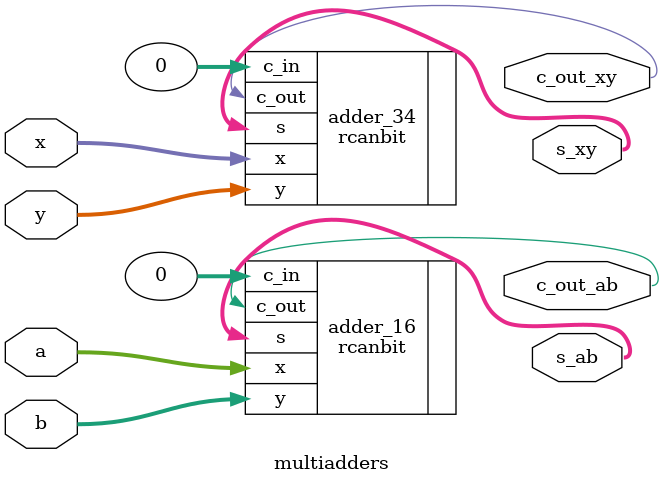
<source format=v>
`timescale 1ns / 1ps


module multiadders
(
input [15:0]a,b,
output [15:0]s_ab, 
output c_out_ab,

input [33:0]x,y,
output[33:0]s_xy,
output c_out_xy
);

rcanbit #(.n(16)) adder_16(
// for simplicity c_in just 0
    .x(a),
    .y(b),
    .c_in(0), 
    .s(s_ab),
    .c_out(c_out_ab)
);
rcanbit #(.n(34)) adder_34(

    .x(x),
    .y(y),
    .c_in(0),
    .s(s_xy),
    .c_out(c_out_xy)
);
endmodule

</source>
